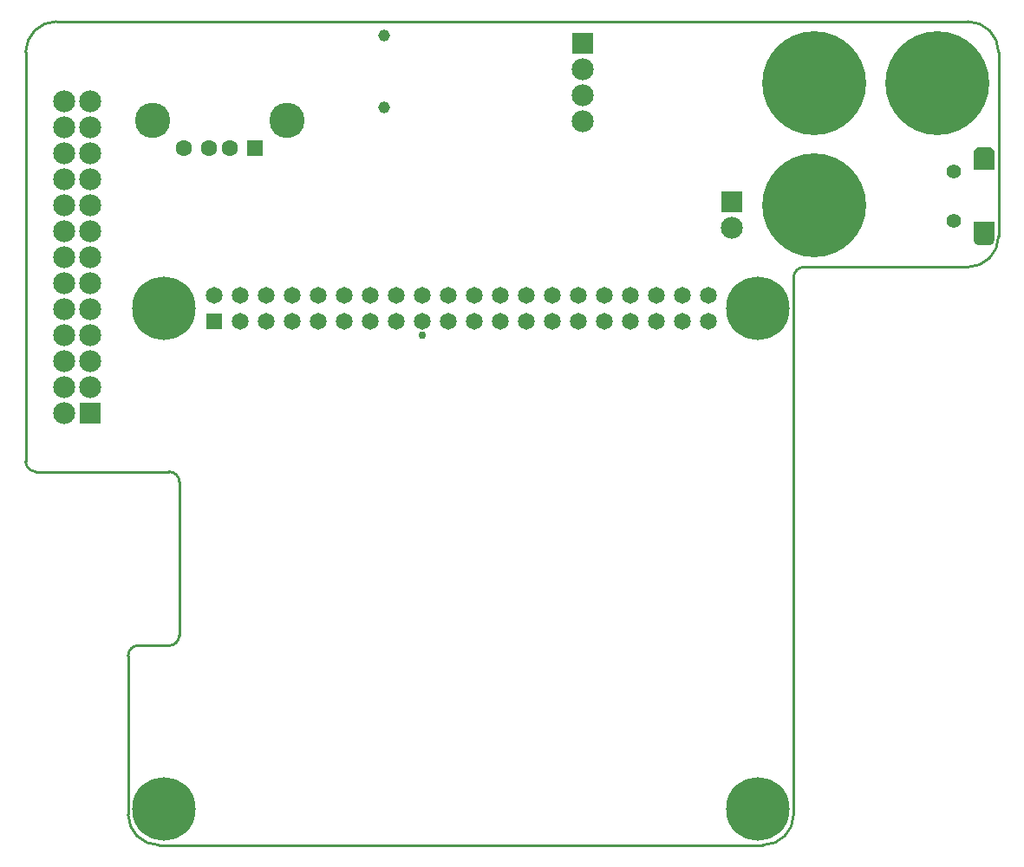
<source format=gbs>
G04*
G04 #@! TF.GenerationSoftware,Altium Limited,Altium Designer,21.0.8 (223)*
G04*
G04 Layer_Color=16711935*
%FSAX25Y25*%
%MOIN*%
G70*
G04*
G04 #@! TF.SameCoordinates,C73BC072-7C63-40B6-A927-07284C235285*
G04*
G04*
G04 #@! TF.FilePolarity,Negative*
G04*
G01*
G75*
%ADD14C,0.01000*%
%ADD103R,0.06496X0.06496*%
%ADD104C,0.06496*%
%ADD105R,0.06299X0.06299*%
%ADD106C,0.06299*%
%ADD107C,0.13583*%
%ADD108C,0.08465*%
%ADD109R,0.08465X0.08465*%
%ADD110C,0.39961*%
%ADD111C,0.24409*%
%ADD112C,0.04528*%
%ADD113O,0.05315X0.02657*%
%ADD114C,0.05512*%
%ADD115C,0.02953*%
G36*
X0332928Y0239850D02*
X0332973Y0239840D01*
X0333016Y0239822D01*
X0333056Y0239797D01*
X0333091Y0239767D01*
X0333121Y0239732D01*
X0333146Y0239692D01*
X0333163Y0239649D01*
X0333174Y0239604D01*
X0333178Y0239558D01*
Y0233259D01*
Y0232867D01*
X0333177Y0232855D01*
Y0232844D01*
X0333175Y0232832D01*
X0333174Y0232821D01*
X0333172Y0232809D01*
X0333170Y0232798D01*
X0333166Y0232787D01*
X0333163Y0232775D01*
X0333159Y0232765D01*
X0333155Y0232754D01*
X0332856Y0232030D01*
X0332851Y0232020D01*
X0332846Y0232009D01*
X0332840Y0231999D01*
X0332835Y0231989D01*
X0332828Y0231979D01*
X0332822Y0231969D01*
X0332814Y0231961D01*
X0332807Y0231951D01*
X0332799Y0231943D01*
X0332792Y0231934D01*
X0332238Y0231380D01*
X0332229Y0231373D01*
X0332221Y0231364D01*
X0332211Y0231358D01*
X0332203Y0231350D01*
X0332192Y0231344D01*
X0332183Y0231337D01*
X0332173Y0231332D01*
X0332163Y0231326D01*
X0332152Y0231321D01*
X0332142Y0231316D01*
X0331418Y0231016D01*
X0331407Y0231013D01*
X0331396Y0231008D01*
X0331385Y0231006D01*
X0331374Y0231002D01*
X0331363Y0231000D01*
X0331351Y0230997D01*
X0331340Y0230997D01*
X0331328Y0230995D01*
X0331316D01*
X0331305Y0230994D01*
X0326978D01*
X0326967Y0230995D01*
X0326955D01*
X0326944Y0230997D01*
X0326932Y0230997D01*
X0326921Y0231000D01*
X0326909Y0231002D01*
X0326898Y0231006D01*
X0326887Y0231008D01*
X0326876Y0231013D01*
X0326865Y0231016D01*
X0326142Y0231316D01*
X0326131Y0231321D01*
X0326120Y0231326D01*
X0326111Y0231332D01*
X0326100Y0231337D01*
X0326091Y0231344D01*
X0326081Y0231350D01*
X0326072Y0231358D01*
X0326063Y0231364D01*
X0326054Y0231373D01*
X0326045Y0231380D01*
X0325492Y0231934D01*
X0325484Y0231943D01*
X0325476Y0231951D01*
X0325469Y0231961D01*
X0325462Y0231969D01*
X0325455Y0231979D01*
X0325449Y0231989D01*
X0325443Y0231999D01*
X0325437Y0232009D01*
X0325433Y0232020D01*
X0325428Y0232030D01*
X0325128Y0232754D01*
X0325124Y0232765D01*
X0325120Y0232775D01*
X0325117Y0232787D01*
X0325114Y0232798D01*
X0325112Y0232809D01*
X0325109Y0232821D01*
X0325108Y0232832D01*
X0325106Y0232844D01*
Y0232855D01*
X0325105Y0232867D01*
Y0233259D01*
Y0239558D01*
X0325109Y0239604D01*
X0325120Y0239649D01*
X0325138Y0239692D01*
X0325162Y0239732D01*
X0325192Y0239767D01*
X0325227Y0239797D01*
X0325267Y0239822D01*
X0325310Y0239840D01*
X0325355Y0239850D01*
X0325401Y0239854D01*
X0332882D01*
X0332928Y0239850D01*
D02*
G37*
G36*
X0331316Y0268593D02*
X0331328D01*
X0331340Y0268591D01*
X0331351Y0268590D01*
X0331363Y0268588D01*
X0331374Y0268586D01*
X0331385Y0268582D01*
X0331396Y0268580D01*
X0331407Y0268575D01*
X0331418Y0268572D01*
X0332142Y0268272D01*
X0332152Y0268267D01*
X0332163Y0268262D01*
X0332173Y0268256D01*
X0332183Y0268251D01*
X0332192Y0268244D01*
X0332203Y0268238D01*
X0332211Y0268230D01*
X0332221Y0268224D01*
X0332229Y0268215D01*
X0332238Y0268208D01*
X0332792Y0267654D01*
X0332799Y0267645D01*
X0332807Y0267637D01*
X0332814Y0267628D01*
X0332822Y0267619D01*
X0332828Y0267609D01*
X0332835Y0267599D01*
X0332840Y0267589D01*
X0332846Y0267579D01*
X0332851Y0267568D01*
X0332856Y0267558D01*
X0333155Y0266834D01*
X0333159Y0266823D01*
X0333163Y0266812D01*
X0333166Y0266801D01*
X0333170Y0266790D01*
X0333172Y0266779D01*
X0333174Y0266767D01*
X0333175Y0266756D01*
X0333177Y0266744D01*
Y0266733D01*
X0333178Y0266721D01*
Y0266329D01*
Y0260030D01*
X0333174Y0259984D01*
X0333163Y0259939D01*
X0333146Y0259896D01*
X0333121Y0259856D01*
X0333091Y0259821D01*
X0333056Y0259791D01*
X0333016Y0259766D01*
X0332973Y0259749D01*
X0332928Y0259738D01*
X0332882Y0259734D01*
X0325401D01*
X0325355Y0259738D01*
X0325310Y0259749D01*
X0325267Y0259766D01*
X0325227Y0259791D01*
X0325192Y0259821D01*
X0325162Y0259856D01*
X0325138Y0259896D01*
X0325120Y0259939D01*
X0325109Y0259984D01*
X0325105Y0260030D01*
Y0266329D01*
Y0266721D01*
X0325106Y0266733D01*
Y0266744D01*
X0325108Y0266756D01*
X0325109Y0266767D01*
X0325112Y0266779D01*
X0325114Y0266790D01*
X0325117Y0266801D01*
X0325120Y0266812D01*
X0325124Y0266823D01*
X0325128Y0266834D01*
X0325428Y0267558D01*
X0325433Y0267568D01*
X0325437Y0267579D01*
X0325443Y0267589D01*
X0325449Y0267599D01*
X0325455Y0267609D01*
X0325462Y0267619D01*
X0325469Y0267628D01*
X0325476Y0267637D01*
X0325484Y0267645D01*
X0325492Y0267654D01*
X0326045Y0268208D01*
X0326054Y0268215D01*
X0326063Y0268224D01*
X0326072Y0268230D01*
X0326081Y0268238D01*
X0326091Y0268244D01*
X0326100Y0268251D01*
X0326111Y0268256D01*
X0326120Y0268262D01*
X0326131Y0268267D01*
X0326142Y0268272D01*
X0326865Y0268572D01*
X0326876Y0268575D01*
X0326887Y0268580D01*
X0326898Y0268582D01*
X0326909Y0268586D01*
X0326921Y0268588D01*
X0326932Y0268590D01*
X0326944Y0268591D01*
X0326955Y0268593D01*
X0326967D01*
X0326978Y0268594D01*
X0331305D01*
X0331316Y0268593D01*
D02*
G37*
D14*
X0015748Y0076772D02*
G03*
X0019685Y0080709I0000000J0003937D01*
G01*
X0334646Y0305118D02*
G03*
X0322835Y0316929I-0011811J0000000D01*
G01*
X-0027559D02*
G03*
X-0039370Y0305118I0000000J-0011811D01*
G01*
X0259842Y0222441D02*
G03*
X0255906Y0218504I0000000J-0003937D01*
G01*
X0322835Y0222441D02*
G03*
X0334646Y0234252I0000000J0011811D01*
G01*
X-0039370Y0147638D02*
G03*
X-0035433Y0143701I0003937J0000000D01*
G01*
X0003937Y0076772D02*
G03*
X0000000Y0072835I0000000J-0003937D01*
G01*
X0019685Y0139764D02*
G03*
X0015748Y0143701I-0003937J0000000D01*
G01*
X0244094Y0000000D02*
G03*
X0255906Y0011811I0000000J0011811D01*
G01*
X0000000D02*
G03*
X0011811Y0000000I0011811J0000000D01*
G01*
X0003937Y0076772D02*
X0015748D01*
X0019685Y0080709D02*
Y0139764D01*
X0259842Y0222441D02*
X0322835D01*
X0255906Y0011811D02*
Y0218504D01*
X0011811Y0000000D02*
X0244094D01*
X0000000Y0011811D02*
Y0072835D01*
X-0035433Y0143701D02*
X0015748D01*
X-0039370Y0147638D02*
Y0305118D01*
X-0027559Y0316929D02*
X0322835D01*
X0334646Y0234252D02*
Y0305118D01*
D103*
X0032953Y0201693D02*
D03*
D104*
Y0211693D02*
D03*
X0042953Y0201693D02*
D03*
Y0211693D02*
D03*
X0052953Y0201693D02*
D03*
Y0211693D02*
D03*
X0062953Y0201693D02*
D03*
Y0211693D02*
D03*
X0072953Y0201693D02*
D03*
Y0211693D02*
D03*
X0082953Y0201693D02*
D03*
Y0211693D02*
D03*
X0092953Y0201693D02*
D03*
Y0211693D02*
D03*
X0102953Y0201693D02*
D03*
Y0211693D02*
D03*
X0112953Y0201693D02*
D03*
Y0211693D02*
D03*
X0122953Y0201693D02*
D03*
Y0211693D02*
D03*
X0132953Y0201693D02*
D03*
Y0211693D02*
D03*
X0142953Y0201693D02*
D03*
Y0211693D02*
D03*
X0152953Y0201693D02*
D03*
Y0211693D02*
D03*
X0162953Y0201693D02*
D03*
Y0211693D02*
D03*
X0172953Y0201693D02*
D03*
Y0211693D02*
D03*
X0182953Y0201693D02*
D03*
Y0211693D02*
D03*
X0192953Y0201693D02*
D03*
Y0211693D02*
D03*
X0202953Y0201693D02*
D03*
Y0211693D02*
D03*
X0212953Y0201693D02*
D03*
Y0211693D02*
D03*
X0222953Y0201693D02*
D03*
Y0211693D02*
D03*
D105*
X0048913Y0268331D02*
D03*
D106*
X0039071D02*
D03*
X0031197D02*
D03*
X0021354D02*
D03*
D107*
X0061000Y0279000D02*
D03*
X0009268D02*
D03*
D108*
X-0014685Y0266378D02*
D03*
X-0024685D02*
D03*
Y0276378D02*
D03*
X-0014685D02*
D03*
X-0024685Y0286378D02*
D03*
X-0014685D02*
D03*
Y0176378D02*
D03*
X-0024685Y0166378D02*
D03*
Y0176378D02*
D03*
Y0186378D02*
D03*
X-0014685D02*
D03*
X-0024685Y0196378D02*
D03*
X-0014685D02*
D03*
Y0226378D02*
D03*
X-0024685D02*
D03*
X-0014685Y0216378D02*
D03*
X-0024685D02*
D03*
Y0206378D02*
D03*
X-0014685D02*
D03*
Y0256378D02*
D03*
X-0024685D02*
D03*
X-0014685Y0246378D02*
D03*
X-0024685D02*
D03*
Y0236378D02*
D03*
X-0014685D02*
D03*
X0174803Y0288400D02*
D03*
Y0298400D02*
D03*
Y0278400D02*
D03*
X0232011Y0237469D02*
D03*
D109*
X-0014685Y0166378D02*
D03*
X0174803Y0308400D02*
D03*
X0232011Y0247469D02*
D03*
D110*
X0263779Y0246063D02*
D03*
X0311024Y0293307D02*
D03*
X0263779Y0293307D02*
D03*
D111*
X0013780Y0013780D02*
D03*
Y0206693D02*
D03*
X0242126Y0013780D02*
D03*
Y0206693D02*
D03*
D112*
X0098565Y0283843D02*
D03*
Y0311402D02*
D03*
D113*
X0329142Y0263623D02*
D03*
Y0235965D02*
D03*
D114*
X0317331Y0259341D02*
D03*
Y0240247D02*
D03*
D115*
X0112992Y0196358D02*
D03*
M02*

</source>
